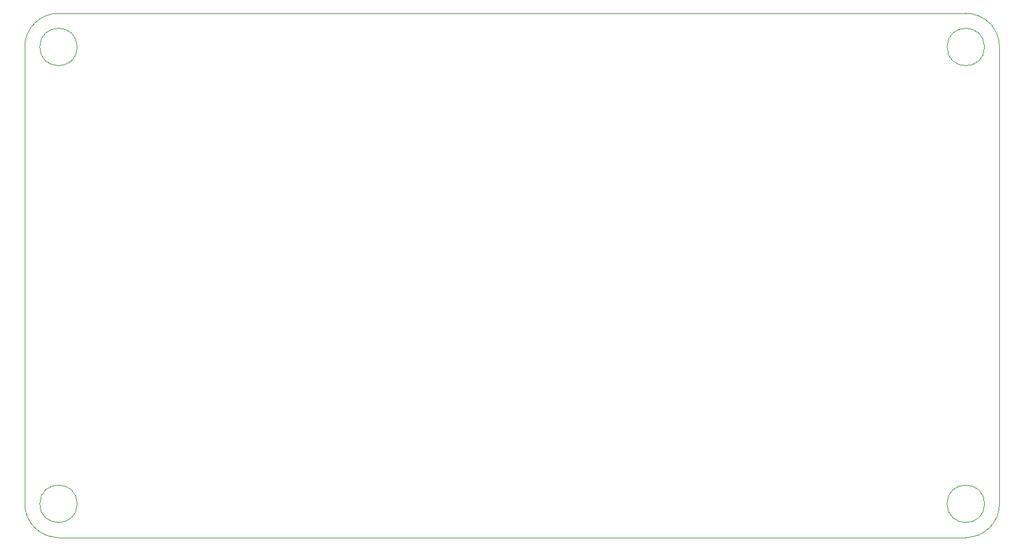
<source format=gbr>
%TF.GenerationSoftware,KiCad,Pcbnew,(6.0.5)*%
%TF.CreationDate,2022-05-20T17:19:47+02:00*%
%TF.ProjectId,hardware-remote-v2,68617264-7761-4726-952d-72656d6f7465,rev?*%
%TF.SameCoordinates,Original*%
%TF.FileFunction,Profile,NP*%
%FSLAX46Y46*%
G04 Gerber Fmt 4.6, Leading zero omitted, Abs format (unit mm)*
G04 Created by KiCad (PCBNEW (6.0.5)) date 2022-05-20 17:19:47*
%MOMM*%
%LPD*%
G01*
G04 APERTURE LIST*
%TA.AperFunction,Profile*%
%ADD10C,0.100000*%
%TD*%
G04 APERTURE END LIST*
D10*
X-58000000Y-25500000D02*
G75*
G03*
X-58000000Y-25500000I-2500000J0D01*
G01*
X63000000Y-25500000D02*
G75*
G03*
X63000000Y-25500000I-2500000J0D01*
G01*
X62998600Y35498600D02*
G75*
G03*
X62998600Y35498600I-2500000J0D01*
G01*
X-58000000Y35500002D02*
G75*
G03*
X-58000000Y35500002I-2500002J0D01*
G01*
X-65000000Y-25500000D02*
X-65000000Y35500000D01*
X-60500000Y40000000D02*
X60500000Y40000000D01*
X-65000000Y-25500000D02*
G75*
G03*
X-60500000Y-30000000I4499998J-2D01*
G01*
X60500000Y-30000000D02*
G75*
G03*
X65000000Y-25500000I0J4500000D01*
G01*
X65000000Y-25500000D02*
X64999722Y35450003D01*
X60500000Y-30000000D02*
X-60500000Y-30000000D01*
X-60500000Y40000000D02*
G75*
G03*
X-65000000Y35500000I-2J-4499998D01*
G01*
X64999738Y35450003D02*
G75*
G03*
X60500000Y40000000I-4501138J48597D01*
G01*
M02*

</source>
